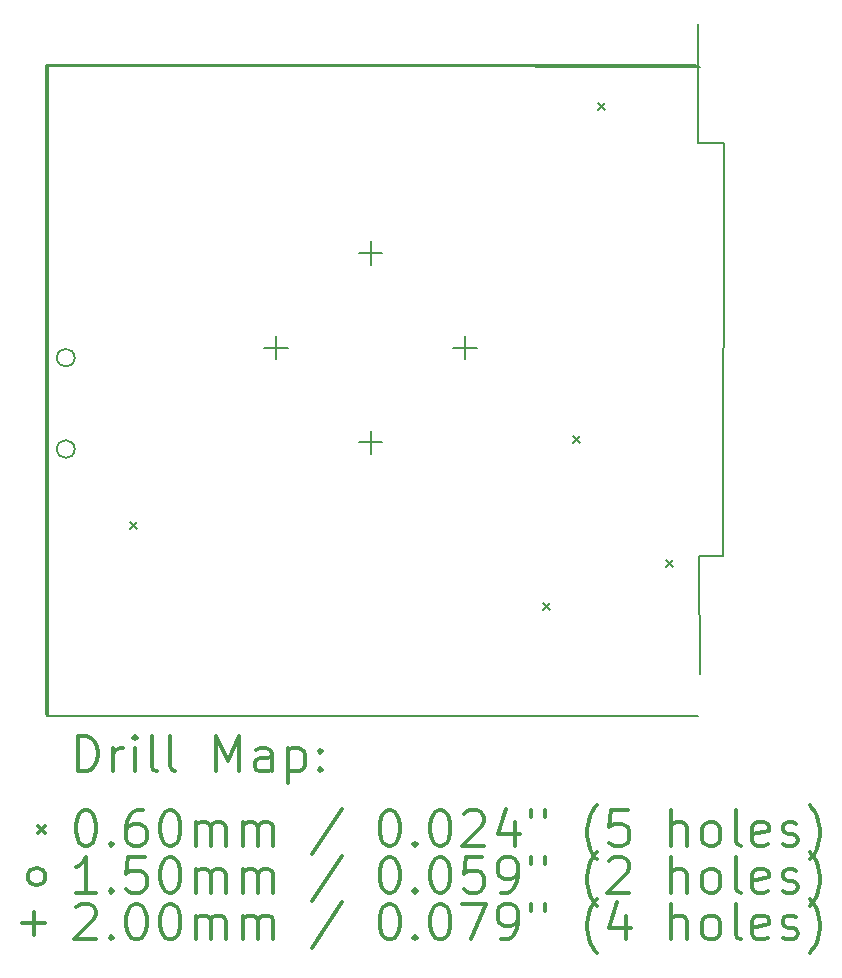
<source format=gbr>
%FSLAX45Y45*%
G04 Gerber Fmt 4.5, Leading zero omitted, Abs format (unit mm)*
G04 Created by KiCad (PCBNEW 4.0.6) date 05/08/17 07:31:50*
%MOMM*%
%LPD*%
G01*
G04 APERTURE LIST*
%ADD10C,0.127000*%
%ADD11C,0.150000*%
%ADD12C,0.200000*%
%ADD13C,0.300000*%
G04 APERTURE END LIST*
D10*
D11*
X14601950Y-11937130D02*
X14605850Y-12941290D01*
X14591970Y-8440990D02*
X14809350Y-8443530D01*
X14809350Y-8443530D02*
X14798890Y-11936910D01*
X14798890Y-11936910D02*
X14601950Y-11937130D01*
X14590270Y-7431390D02*
X14591970Y-8440990D01*
X9073010Y-7779790D02*
X14573010Y-7779790D01*
X9073010Y-13279790D02*
X9073010Y-7779790D01*
X14610510Y-7794590D02*
X9076510Y-7783190D01*
X9076510Y-13283190D02*
X9076510Y-7783190D01*
X9088410Y-13289590D02*
X14588410Y-13289590D01*
X9088410Y-7789590D02*
X14588410Y-7789590D01*
X9088410Y-13289590D02*
X9088410Y-7789590D01*
X14577510Y-13289590D02*
X9077510Y-13289590D01*
X14577510Y-7789590D02*
X9077510Y-7789590D01*
X9077510Y-13289590D02*
X9077510Y-7789590D01*
D12*
X9779010Y-11652410D02*
X9839010Y-11712410D01*
X9839010Y-11652410D02*
X9779010Y-11712410D01*
X13279510Y-12333710D02*
X13339510Y-12393710D01*
X13339510Y-12333710D02*
X13279510Y-12393710D01*
X13533510Y-10925210D02*
X13593510Y-10985210D01*
X13593510Y-10925210D02*
X13533510Y-10985210D01*
X13739610Y-8100110D02*
X13799610Y-8160110D01*
X13799610Y-8100110D02*
X13739610Y-8160110D01*
X14317710Y-11971410D02*
X14377710Y-12031410D01*
X14377710Y-11971410D02*
X14317710Y-12031410D01*
X9313010Y-10259890D02*
G75*
G03X9313010Y-10259890I-75000J0D01*
G01*
X9313010Y-11033290D02*
G75*
G03X9313010Y-11033290I-75000J0D01*
G01*
X11018810Y-10073710D02*
X11018810Y-10273710D01*
X10918810Y-10173710D02*
X11118810Y-10173710D01*
X11818910Y-9273610D02*
X11818910Y-9473610D01*
X11718910Y-9373610D02*
X11918910Y-9373610D01*
X11818910Y-10876350D02*
X11818910Y-11076350D01*
X11718910Y-10976350D02*
X11918910Y-10976350D01*
X12619010Y-10073710D02*
X12619010Y-10273710D01*
X12519010Y-10173710D02*
X12719010Y-10173710D01*
D13*
X9336939Y-13762804D02*
X9336939Y-13462804D01*
X9408367Y-13462804D01*
X9451224Y-13477090D01*
X9479796Y-13505661D01*
X9494081Y-13534233D01*
X9508367Y-13591376D01*
X9508367Y-13634233D01*
X9494081Y-13691376D01*
X9479796Y-13719947D01*
X9451224Y-13748519D01*
X9408367Y-13762804D01*
X9336939Y-13762804D01*
X9636939Y-13762804D02*
X9636939Y-13562804D01*
X9636939Y-13619947D02*
X9651224Y-13591376D01*
X9665510Y-13577090D01*
X9694081Y-13562804D01*
X9722653Y-13562804D01*
X9822653Y-13762804D02*
X9822653Y-13562804D01*
X9822653Y-13462804D02*
X9808367Y-13477090D01*
X9822653Y-13491376D01*
X9836939Y-13477090D01*
X9822653Y-13462804D01*
X9822653Y-13491376D01*
X10008367Y-13762804D02*
X9979796Y-13748519D01*
X9965510Y-13719947D01*
X9965510Y-13462804D01*
X10165510Y-13762804D02*
X10136939Y-13748519D01*
X10122653Y-13719947D01*
X10122653Y-13462804D01*
X10508367Y-13762804D02*
X10508367Y-13462804D01*
X10608367Y-13677090D01*
X10708367Y-13462804D01*
X10708367Y-13762804D01*
X10979796Y-13762804D02*
X10979796Y-13605661D01*
X10965510Y-13577090D01*
X10936939Y-13562804D01*
X10879796Y-13562804D01*
X10851224Y-13577090D01*
X10979796Y-13748519D02*
X10951224Y-13762804D01*
X10879796Y-13762804D01*
X10851224Y-13748519D01*
X10836939Y-13719947D01*
X10836939Y-13691376D01*
X10851224Y-13662804D01*
X10879796Y-13648519D01*
X10951224Y-13648519D01*
X10979796Y-13634233D01*
X11122653Y-13562804D02*
X11122653Y-13862804D01*
X11122653Y-13577090D02*
X11151224Y-13562804D01*
X11208367Y-13562804D01*
X11236938Y-13577090D01*
X11251224Y-13591376D01*
X11265510Y-13619947D01*
X11265510Y-13705661D01*
X11251224Y-13734233D01*
X11236938Y-13748519D01*
X11208367Y-13762804D01*
X11151224Y-13762804D01*
X11122653Y-13748519D01*
X11394081Y-13734233D02*
X11408367Y-13748519D01*
X11394081Y-13762804D01*
X11379796Y-13748519D01*
X11394081Y-13734233D01*
X11394081Y-13762804D01*
X11394081Y-13577090D02*
X11408367Y-13591376D01*
X11394081Y-13605661D01*
X11379796Y-13591376D01*
X11394081Y-13577090D01*
X11394081Y-13605661D01*
X9005510Y-14227090D02*
X9065510Y-14287090D01*
X9065510Y-14227090D02*
X9005510Y-14287090D01*
X9394081Y-14092804D02*
X9422653Y-14092804D01*
X9451224Y-14107090D01*
X9465510Y-14121376D01*
X9479796Y-14149947D01*
X9494081Y-14207090D01*
X9494081Y-14278519D01*
X9479796Y-14335661D01*
X9465510Y-14364233D01*
X9451224Y-14378519D01*
X9422653Y-14392804D01*
X9394081Y-14392804D01*
X9365510Y-14378519D01*
X9351224Y-14364233D01*
X9336939Y-14335661D01*
X9322653Y-14278519D01*
X9322653Y-14207090D01*
X9336939Y-14149947D01*
X9351224Y-14121376D01*
X9365510Y-14107090D01*
X9394081Y-14092804D01*
X9622653Y-14364233D02*
X9636939Y-14378519D01*
X9622653Y-14392804D01*
X9608367Y-14378519D01*
X9622653Y-14364233D01*
X9622653Y-14392804D01*
X9894081Y-14092804D02*
X9836938Y-14092804D01*
X9808367Y-14107090D01*
X9794081Y-14121376D01*
X9765510Y-14164233D01*
X9751224Y-14221376D01*
X9751224Y-14335661D01*
X9765510Y-14364233D01*
X9779796Y-14378519D01*
X9808367Y-14392804D01*
X9865510Y-14392804D01*
X9894081Y-14378519D01*
X9908367Y-14364233D01*
X9922653Y-14335661D01*
X9922653Y-14264233D01*
X9908367Y-14235661D01*
X9894081Y-14221376D01*
X9865510Y-14207090D01*
X9808367Y-14207090D01*
X9779796Y-14221376D01*
X9765510Y-14235661D01*
X9751224Y-14264233D01*
X10108367Y-14092804D02*
X10136939Y-14092804D01*
X10165510Y-14107090D01*
X10179796Y-14121376D01*
X10194081Y-14149947D01*
X10208367Y-14207090D01*
X10208367Y-14278519D01*
X10194081Y-14335661D01*
X10179796Y-14364233D01*
X10165510Y-14378519D01*
X10136939Y-14392804D01*
X10108367Y-14392804D01*
X10079796Y-14378519D01*
X10065510Y-14364233D01*
X10051224Y-14335661D01*
X10036939Y-14278519D01*
X10036939Y-14207090D01*
X10051224Y-14149947D01*
X10065510Y-14121376D01*
X10079796Y-14107090D01*
X10108367Y-14092804D01*
X10336939Y-14392804D02*
X10336939Y-14192804D01*
X10336939Y-14221376D02*
X10351224Y-14207090D01*
X10379796Y-14192804D01*
X10422653Y-14192804D01*
X10451224Y-14207090D01*
X10465510Y-14235661D01*
X10465510Y-14392804D01*
X10465510Y-14235661D02*
X10479796Y-14207090D01*
X10508367Y-14192804D01*
X10551224Y-14192804D01*
X10579796Y-14207090D01*
X10594081Y-14235661D01*
X10594081Y-14392804D01*
X10736939Y-14392804D02*
X10736939Y-14192804D01*
X10736939Y-14221376D02*
X10751224Y-14207090D01*
X10779796Y-14192804D01*
X10822653Y-14192804D01*
X10851224Y-14207090D01*
X10865510Y-14235661D01*
X10865510Y-14392804D01*
X10865510Y-14235661D02*
X10879796Y-14207090D01*
X10908367Y-14192804D01*
X10951224Y-14192804D01*
X10979796Y-14207090D01*
X10994081Y-14235661D01*
X10994081Y-14392804D01*
X11579796Y-14078519D02*
X11322653Y-14464233D01*
X11965510Y-14092804D02*
X11994081Y-14092804D01*
X12022653Y-14107090D01*
X12036938Y-14121376D01*
X12051224Y-14149947D01*
X12065510Y-14207090D01*
X12065510Y-14278519D01*
X12051224Y-14335661D01*
X12036938Y-14364233D01*
X12022653Y-14378519D01*
X11994081Y-14392804D01*
X11965510Y-14392804D01*
X11936938Y-14378519D01*
X11922653Y-14364233D01*
X11908367Y-14335661D01*
X11894081Y-14278519D01*
X11894081Y-14207090D01*
X11908367Y-14149947D01*
X11922653Y-14121376D01*
X11936938Y-14107090D01*
X11965510Y-14092804D01*
X12194081Y-14364233D02*
X12208367Y-14378519D01*
X12194081Y-14392804D01*
X12179796Y-14378519D01*
X12194081Y-14364233D01*
X12194081Y-14392804D01*
X12394081Y-14092804D02*
X12422653Y-14092804D01*
X12451224Y-14107090D01*
X12465510Y-14121376D01*
X12479795Y-14149947D01*
X12494081Y-14207090D01*
X12494081Y-14278519D01*
X12479795Y-14335661D01*
X12465510Y-14364233D01*
X12451224Y-14378519D01*
X12422653Y-14392804D01*
X12394081Y-14392804D01*
X12365510Y-14378519D01*
X12351224Y-14364233D01*
X12336938Y-14335661D01*
X12322653Y-14278519D01*
X12322653Y-14207090D01*
X12336938Y-14149947D01*
X12351224Y-14121376D01*
X12365510Y-14107090D01*
X12394081Y-14092804D01*
X12608367Y-14121376D02*
X12622653Y-14107090D01*
X12651224Y-14092804D01*
X12722653Y-14092804D01*
X12751224Y-14107090D01*
X12765510Y-14121376D01*
X12779795Y-14149947D01*
X12779795Y-14178519D01*
X12765510Y-14221376D01*
X12594081Y-14392804D01*
X12779795Y-14392804D01*
X13036938Y-14192804D02*
X13036938Y-14392804D01*
X12965510Y-14078519D02*
X12894081Y-14292804D01*
X13079795Y-14292804D01*
X13179796Y-14092804D02*
X13179796Y-14149947D01*
X13294081Y-14092804D02*
X13294081Y-14149947D01*
X13736938Y-14507090D02*
X13722653Y-14492804D01*
X13694081Y-14449947D01*
X13679795Y-14421376D01*
X13665510Y-14378519D01*
X13651224Y-14307090D01*
X13651224Y-14249947D01*
X13665510Y-14178519D01*
X13679795Y-14135661D01*
X13694081Y-14107090D01*
X13722653Y-14064233D01*
X13736938Y-14049947D01*
X13994081Y-14092804D02*
X13851224Y-14092804D01*
X13836938Y-14235661D01*
X13851224Y-14221376D01*
X13879795Y-14207090D01*
X13951224Y-14207090D01*
X13979795Y-14221376D01*
X13994081Y-14235661D01*
X14008367Y-14264233D01*
X14008367Y-14335661D01*
X13994081Y-14364233D01*
X13979795Y-14378519D01*
X13951224Y-14392804D01*
X13879795Y-14392804D01*
X13851224Y-14378519D01*
X13836938Y-14364233D01*
X14365510Y-14392804D02*
X14365510Y-14092804D01*
X14494081Y-14392804D02*
X14494081Y-14235661D01*
X14479795Y-14207090D01*
X14451224Y-14192804D01*
X14408367Y-14192804D01*
X14379795Y-14207090D01*
X14365510Y-14221376D01*
X14679795Y-14392804D02*
X14651224Y-14378519D01*
X14636938Y-14364233D01*
X14622653Y-14335661D01*
X14622653Y-14249947D01*
X14636938Y-14221376D01*
X14651224Y-14207090D01*
X14679795Y-14192804D01*
X14722653Y-14192804D01*
X14751224Y-14207090D01*
X14765510Y-14221376D01*
X14779795Y-14249947D01*
X14779795Y-14335661D01*
X14765510Y-14364233D01*
X14751224Y-14378519D01*
X14722653Y-14392804D01*
X14679795Y-14392804D01*
X14951224Y-14392804D02*
X14922653Y-14378519D01*
X14908367Y-14349947D01*
X14908367Y-14092804D01*
X15179796Y-14378519D02*
X15151224Y-14392804D01*
X15094081Y-14392804D01*
X15065510Y-14378519D01*
X15051224Y-14349947D01*
X15051224Y-14235661D01*
X15065510Y-14207090D01*
X15094081Y-14192804D01*
X15151224Y-14192804D01*
X15179796Y-14207090D01*
X15194081Y-14235661D01*
X15194081Y-14264233D01*
X15051224Y-14292804D01*
X15308367Y-14378519D02*
X15336938Y-14392804D01*
X15394081Y-14392804D01*
X15422653Y-14378519D01*
X15436938Y-14349947D01*
X15436938Y-14335661D01*
X15422653Y-14307090D01*
X15394081Y-14292804D01*
X15351224Y-14292804D01*
X15322653Y-14278519D01*
X15308367Y-14249947D01*
X15308367Y-14235661D01*
X15322653Y-14207090D01*
X15351224Y-14192804D01*
X15394081Y-14192804D01*
X15422653Y-14207090D01*
X15536938Y-14507090D02*
X15551224Y-14492804D01*
X15579796Y-14449947D01*
X15594081Y-14421376D01*
X15608367Y-14378519D01*
X15622653Y-14307090D01*
X15622653Y-14249947D01*
X15608367Y-14178519D01*
X15594081Y-14135661D01*
X15579796Y-14107090D01*
X15551224Y-14064233D01*
X15536938Y-14049947D01*
X9065510Y-14653090D02*
G75*
G03X9065510Y-14653090I-75000J0D01*
G01*
X9494081Y-14788804D02*
X9322653Y-14788804D01*
X9408367Y-14788804D02*
X9408367Y-14488804D01*
X9379796Y-14531661D01*
X9351224Y-14560233D01*
X9322653Y-14574519D01*
X9622653Y-14760233D02*
X9636939Y-14774519D01*
X9622653Y-14788804D01*
X9608367Y-14774519D01*
X9622653Y-14760233D01*
X9622653Y-14788804D01*
X9908367Y-14488804D02*
X9765510Y-14488804D01*
X9751224Y-14631661D01*
X9765510Y-14617376D01*
X9794081Y-14603090D01*
X9865510Y-14603090D01*
X9894081Y-14617376D01*
X9908367Y-14631661D01*
X9922653Y-14660233D01*
X9922653Y-14731661D01*
X9908367Y-14760233D01*
X9894081Y-14774519D01*
X9865510Y-14788804D01*
X9794081Y-14788804D01*
X9765510Y-14774519D01*
X9751224Y-14760233D01*
X10108367Y-14488804D02*
X10136939Y-14488804D01*
X10165510Y-14503090D01*
X10179796Y-14517376D01*
X10194081Y-14545947D01*
X10208367Y-14603090D01*
X10208367Y-14674519D01*
X10194081Y-14731661D01*
X10179796Y-14760233D01*
X10165510Y-14774519D01*
X10136939Y-14788804D01*
X10108367Y-14788804D01*
X10079796Y-14774519D01*
X10065510Y-14760233D01*
X10051224Y-14731661D01*
X10036939Y-14674519D01*
X10036939Y-14603090D01*
X10051224Y-14545947D01*
X10065510Y-14517376D01*
X10079796Y-14503090D01*
X10108367Y-14488804D01*
X10336939Y-14788804D02*
X10336939Y-14588804D01*
X10336939Y-14617376D02*
X10351224Y-14603090D01*
X10379796Y-14588804D01*
X10422653Y-14588804D01*
X10451224Y-14603090D01*
X10465510Y-14631661D01*
X10465510Y-14788804D01*
X10465510Y-14631661D02*
X10479796Y-14603090D01*
X10508367Y-14588804D01*
X10551224Y-14588804D01*
X10579796Y-14603090D01*
X10594081Y-14631661D01*
X10594081Y-14788804D01*
X10736939Y-14788804D02*
X10736939Y-14588804D01*
X10736939Y-14617376D02*
X10751224Y-14603090D01*
X10779796Y-14588804D01*
X10822653Y-14588804D01*
X10851224Y-14603090D01*
X10865510Y-14631661D01*
X10865510Y-14788804D01*
X10865510Y-14631661D02*
X10879796Y-14603090D01*
X10908367Y-14588804D01*
X10951224Y-14588804D01*
X10979796Y-14603090D01*
X10994081Y-14631661D01*
X10994081Y-14788804D01*
X11579796Y-14474519D02*
X11322653Y-14860233D01*
X11965510Y-14488804D02*
X11994081Y-14488804D01*
X12022653Y-14503090D01*
X12036938Y-14517376D01*
X12051224Y-14545947D01*
X12065510Y-14603090D01*
X12065510Y-14674519D01*
X12051224Y-14731661D01*
X12036938Y-14760233D01*
X12022653Y-14774519D01*
X11994081Y-14788804D01*
X11965510Y-14788804D01*
X11936938Y-14774519D01*
X11922653Y-14760233D01*
X11908367Y-14731661D01*
X11894081Y-14674519D01*
X11894081Y-14603090D01*
X11908367Y-14545947D01*
X11922653Y-14517376D01*
X11936938Y-14503090D01*
X11965510Y-14488804D01*
X12194081Y-14760233D02*
X12208367Y-14774519D01*
X12194081Y-14788804D01*
X12179796Y-14774519D01*
X12194081Y-14760233D01*
X12194081Y-14788804D01*
X12394081Y-14488804D02*
X12422653Y-14488804D01*
X12451224Y-14503090D01*
X12465510Y-14517376D01*
X12479795Y-14545947D01*
X12494081Y-14603090D01*
X12494081Y-14674519D01*
X12479795Y-14731661D01*
X12465510Y-14760233D01*
X12451224Y-14774519D01*
X12422653Y-14788804D01*
X12394081Y-14788804D01*
X12365510Y-14774519D01*
X12351224Y-14760233D01*
X12336938Y-14731661D01*
X12322653Y-14674519D01*
X12322653Y-14603090D01*
X12336938Y-14545947D01*
X12351224Y-14517376D01*
X12365510Y-14503090D01*
X12394081Y-14488804D01*
X12765510Y-14488804D02*
X12622653Y-14488804D01*
X12608367Y-14631661D01*
X12622653Y-14617376D01*
X12651224Y-14603090D01*
X12722653Y-14603090D01*
X12751224Y-14617376D01*
X12765510Y-14631661D01*
X12779795Y-14660233D01*
X12779795Y-14731661D01*
X12765510Y-14760233D01*
X12751224Y-14774519D01*
X12722653Y-14788804D01*
X12651224Y-14788804D01*
X12622653Y-14774519D01*
X12608367Y-14760233D01*
X12922653Y-14788804D02*
X12979795Y-14788804D01*
X13008367Y-14774519D01*
X13022653Y-14760233D01*
X13051224Y-14717376D01*
X13065510Y-14660233D01*
X13065510Y-14545947D01*
X13051224Y-14517376D01*
X13036938Y-14503090D01*
X13008367Y-14488804D01*
X12951224Y-14488804D01*
X12922653Y-14503090D01*
X12908367Y-14517376D01*
X12894081Y-14545947D01*
X12894081Y-14617376D01*
X12908367Y-14645947D01*
X12922653Y-14660233D01*
X12951224Y-14674519D01*
X13008367Y-14674519D01*
X13036938Y-14660233D01*
X13051224Y-14645947D01*
X13065510Y-14617376D01*
X13179796Y-14488804D02*
X13179796Y-14545947D01*
X13294081Y-14488804D02*
X13294081Y-14545947D01*
X13736938Y-14903090D02*
X13722653Y-14888804D01*
X13694081Y-14845947D01*
X13679795Y-14817376D01*
X13665510Y-14774519D01*
X13651224Y-14703090D01*
X13651224Y-14645947D01*
X13665510Y-14574519D01*
X13679795Y-14531661D01*
X13694081Y-14503090D01*
X13722653Y-14460233D01*
X13736938Y-14445947D01*
X13836938Y-14517376D02*
X13851224Y-14503090D01*
X13879795Y-14488804D01*
X13951224Y-14488804D01*
X13979795Y-14503090D01*
X13994081Y-14517376D01*
X14008367Y-14545947D01*
X14008367Y-14574519D01*
X13994081Y-14617376D01*
X13822653Y-14788804D01*
X14008367Y-14788804D01*
X14365510Y-14788804D02*
X14365510Y-14488804D01*
X14494081Y-14788804D02*
X14494081Y-14631661D01*
X14479795Y-14603090D01*
X14451224Y-14588804D01*
X14408367Y-14588804D01*
X14379795Y-14603090D01*
X14365510Y-14617376D01*
X14679795Y-14788804D02*
X14651224Y-14774519D01*
X14636938Y-14760233D01*
X14622653Y-14731661D01*
X14622653Y-14645947D01*
X14636938Y-14617376D01*
X14651224Y-14603090D01*
X14679795Y-14588804D01*
X14722653Y-14588804D01*
X14751224Y-14603090D01*
X14765510Y-14617376D01*
X14779795Y-14645947D01*
X14779795Y-14731661D01*
X14765510Y-14760233D01*
X14751224Y-14774519D01*
X14722653Y-14788804D01*
X14679795Y-14788804D01*
X14951224Y-14788804D02*
X14922653Y-14774519D01*
X14908367Y-14745947D01*
X14908367Y-14488804D01*
X15179796Y-14774519D02*
X15151224Y-14788804D01*
X15094081Y-14788804D01*
X15065510Y-14774519D01*
X15051224Y-14745947D01*
X15051224Y-14631661D01*
X15065510Y-14603090D01*
X15094081Y-14588804D01*
X15151224Y-14588804D01*
X15179796Y-14603090D01*
X15194081Y-14631661D01*
X15194081Y-14660233D01*
X15051224Y-14688804D01*
X15308367Y-14774519D02*
X15336938Y-14788804D01*
X15394081Y-14788804D01*
X15422653Y-14774519D01*
X15436938Y-14745947D01*
X15436938Y-14731661D01*
X15422653Y-14703090D01*
X15394081Y-14688804D01*
X15351224Y-14688804D01*
X15322653Y-14674519D01*
X15308367Y-14645947D01*
X15308367Y-14631661D01*
X15322653Y-14603090D01*
X15351224Y-14588804D01*
X15394081Y-14588804D01*
X15422653Y-14603090D01*
X15536938Y-14903090D02*
X15551224Y-14888804D01*
X15579796Y-14845947D01*
X15594081Y-14817376D01*
X15608367Y-14774519D01*
X15622653Y-14703090D01*
X15622653Y-14645947D01*
X15608367Y-14574519D01*
X15594081Y-14531661D01*
X15579796Y-14503090D01*
X15551224Y-14460233D01*
X15536938Y-14445947D01*
X8965510Y-14949090D02*
X8965510Y-15149090D01*
X8865510Y-15049090D02*
X9065510Y-15049090D01*
X9322653Y-14913376D02*
X9336939Y-14899090D01*
X9365510Y-14884804D01*
X9436939Y-14884804D01*
X9465510Y-14899090D01*
X9479796Y-14913376D01*
X9494081Y-14941947D01*
X9494081Y-14970519D01*
X9479796Y-15013376D01*
X9308367Y-15184804D01*
X9494081Y-15184804D01*
X9622653Y-15156233D02*
X9636939Y-15170519D01*
X9622653Y-15184804D01*
X9608367Y-15170519D01*
X9622653Y-15156233D01*
X9622653Y-15184804D01*
X9822653Y-14884804D02*
X9851224Y-14884804D01*
X9879796Y-14899090D01*
X9894081Y-14913376D01*
X9908367Y-14941947D01*
X9922653Y-14999090D01*
X9922653Y-15070519D01*
X9908367Y-15127661D01*
X9894081Y-15156233D01*
X9879796Y-15170519D01*
X9851224Y-15184804D01*
X9822653Y-15184804D01*
X9794081Y-15170519D01*
X9779796Y-15156233D01*
X9765510Y-15127661D01*
X9751224Y-15070519D01*
X9751224Y-14999090D01*
X9765510Y-14941947D01*
X9779796Y-14913376D01*
X9794081Y-14899090D01*
X9822653Y-14884804D01*
X10108367Y-14884804D02*
X10136939Y-14884804D01*
X10165510Y-14899090D01*
X10179796Y-14913376D01*
X10194081Y-14941947D01*
X10208367Y-14999090D01*
X10208367Y-15070519D01*
X10194081Y-15127661D01*
X10179796Y-15156233D01*
X10165510Y-15170519D01*
X10136939Y-15184804D01*
X10108367Y-15184804D01*
X10079796Y-15170519D01*
X10065510Y-15156233D01*
X10051224Y-15127661D01*
X10036939Y-15070519D01*
X10036939Y-14999090D01*
X10051224Y-14941947D01*
X10065510Y-14913376D01*
X10079796Y-14899090D01*
X10108367Y-14884804D01*
X10336939Y-15184804D02*
X10336939Y-14984804D01*
X10336939Y-15013376D02*
X10351224Y-14999090D01*
X10379796Y-14984804D01*
X10422653Y-14984804D01*
X10451224Y-14999090D01*
X10465510Y-15027661D01*
X10465510Y-15184804D01*
X10465510Y-15027661D02*
X10479796Y-14999090D01*
X10508367Y-14984804D01*
X10551224Y-14984804D01*
X10579796Y-14999090D01*
X10594081Y-15027661D01*
X10594081Y-15184804D01*
X10736939Y-15184804D02*
X10736939Y-14984804D01*
X10736939Y-15013376D02*
X10751224Y-14999090D01*
X10779796Y-14984804D01*
X10822653Y-14984804D01*
X10851224Y-14999090D01*
X10865510Y-15027661D01*
X10865510Y-15184804D01*
X10865510Y-15027661D02*
X10879796Y-14999090D01*
X10908367Y-14984804D01*
X10951224Y-14984804D01*
X10979796Y-14999090D01*
X10994081Y-15027661D01*
X10994081Y-15184804D01*
X11579796Y-14870519D02*
X11322653Y-15256233D01*
X11965510Y-14884804D02*
X11994081Y-14884804D01*
X12022653Y-14899090D01*
X12036938Y-14913376D01*
X12051224Y-14941947D01*
X12065510Y-14999090D01*
X12065510Y-15070519D01*
X12051224Y-15127661D01*
X12036938Y-15156233D01*
X12022653Y-15170519D01*
X11994081Y-15184804D01*
X11965510Y-15184804D01*
X11936938Y-15170519D01*
X11922653Y-15156233D01*
X11908367Y-15127661D01*
X11894081Y-15070519D01*
X11894081Y-14999090D01*
X11908367Y-14941947D01*
X11922653Y-14913376D01*
X11936938Y-14899090D01*
X11965510Y-14884804D01*
X12194081Y-15156233D02*
X12208367Y-15170519D01*
X12194081Y-15184804D01*
X12179796Y-15170519D01*
X12194081Y-15156233D01*
X12194081Y-15184804D01*
X12394081Y-14884804D02*
X12422653Y-14884804D01*
X12451224Y-14899090D01*
X12465510Y-14913376D01*
X12479795Y-14941947D01*
X12494081Y-14999090D01*
X12494081Y-15070519D01*
X12479795Y-15127661D01*
X12465510Y-15156233D01*
X12451224Y-15170519D01*
X12422653Y-15184804D01*
X12394081Y-15184804D01*
X12365510Y-15170519D01*
X12351224Y-15156233D01*
X12336938Y-15127661D01*
X12322653Y-15070519D01*
X12322653Y-14999090D01*
X12336938Y-14941947D01*
X12351224Y-14913376D01*
X12365510Y-14899090D01*
X12394081Y-14884804D01*
X12594081Y-14884804D02*
X12794081Y-14884804D01*
X12665510Y-15184804D01*
X12922653Y-15184804D02*
X12979795Y-15184804D01*
X13008367Y-15170519D01*
X13022653Y-15156233D01*
X13051224Y-15113376D01*
X13065510Y-15056233D01*
X13065510Y-14941947D01*
X13051224Y-14913376D01*
X13036938Y-14899090D01*
X13008367Y-14884804D01*
X12951224Y-14884804D01*
X12922653Y-14899090D01*
X12908367Y-14913376D01*
X12894081Y-14941947D01*
X12894081Y-15013376D01*
X12908367Y-15041947D01*
X12922653Y-15056233D01*
X12951224Y-15070519D01*
X13008367Y-15070519D01*
X13036938Y-15056233D01*
X13051224Y-15041947D01*
X13065510Y-15013376D01*
X13179796Y-14884804D02*
X13179796Y-14941947D01*
X13294081Y-14884804D02*
X13294081Y-14941947D01*
X13736938Y-15299090D02*
X13722653Y-15284804D01*
X13694081Y-15241947D01*
X13679795Y-15213376D01*
X13665510Y-15170519D01*
X13651224Y-15099090D01*
X13651224Y-15041947D01*
X13665510Y-14970519D01*
X13679795Y-14927661D01*
X13694081Y-14899090D01*
X13722653Y-14856233D01*
X13736938Y-14841947D01*
X13979795Y-14984804D02*
X13979795Y-15184804D01*
X13908367Y-14870519D02*
X13836938Y-15084804D01*
X14022653Y-15084804D01*
X14365510Y-15184804D02*
X14365510Y-14884804D01*
X14494081Y-15184804D02*
X14494081Y-15027661D01*
X14479795Y-14999090D01*
X14451224Y-14984804D01*
X14408367Y-14984804D01*
X14379795Y-14999090D01*
X14365510Y-15013376D01*
X14679795Y-15184804D02*
X14651224Y-15170519D01*
X14636938Y-15156233D01*
X14622653Y-15127661D01*
X14622653Y-15041947D01*
X14636938Y-15013376D01*
X14651224Y-14999090D01*
X14679795Y-14984804D01*
X14722653Y-14984804D01*
X14751224Y-14999090D01*
X14765510Y-15013376D01*
X14779795Y-15041947D01*
X14779795Y-15127661D01*
X14765510Y-15156233D01*
X14751224Y-15170519D01*
X14722653Y-15184804D01*
X14679795Y-15184804D01*
X14951224Y-15184804D02*
X14922653Y-15170519D01*
X14908367Y-15141947D01*
X14908367Y-14884804D01*
X15179796Y-15170519D02*
X15151224Y-15184804D01*
X15094081Y-15184804D01*
X15065510Y-15170519D01*
X15051224Y-15141947D01*
X15051224Y-15027661D01*
X15065510Y-14999090D01*
X15094081Y-14984804D01*
X15151224Y-14984804D01*
X15179796Y-14999090D01*
X15194081Y-15027661D01*
X15194081Y-15056233D01*
X15051224Y-15084804D01*
X15308367Y-15170519D02*
X15336938Y-15184804D01*
X15394081Y-15184804D01*
X15422653Y-15170519D01*
X15436938Y-15141947D01*
X15436938Y-15127661D01*
X15422653Y-15099090D01*
X15394081Y-15084804D01*
X15351224Y-15084804D01*
X15322653Y-15070519D01*
X15308367Y-15041947D01*
X15308367Y-15027661D01*
X15322653Y-14999090D01*
X15351224Y-14984804D01*
X15394081Y-14984804D01*
X15422653Y-14999090D01*
X15536938Y-15299090D02*
X15551224Y-15284804D01*
X15579796Y-15241947D01*
X15594081Y-15213376D01*
X15608367Y-15170519D01*
X15622653Y-15099090D01*
X15622653Y-15041947D01*
X15608367Y-14970519D01*
X15594081Y-14927661D01*
X15579796Y-14899090D01*
X15551224Y-14856233D01*
X15536938Y-14841947D01*
M02*

</source>
